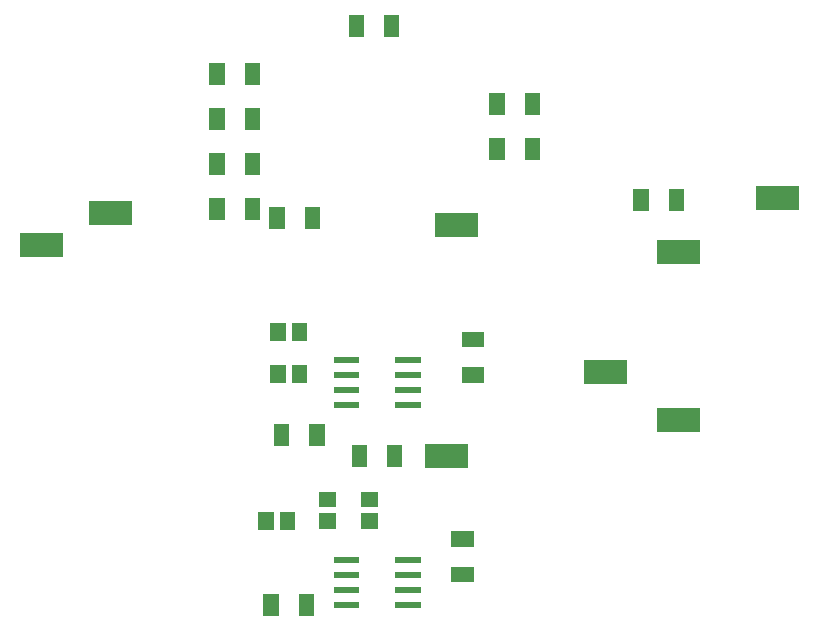
<source format=gtp>
G04 start of page 2 for group 0 layer_idx 7 *
G04 Title: (unknown), top_paste *
G04 Creator: pcb-rnd 2.2.1 *
G04 CreationDate: 2020-05-28 20:16:37 UTC *
G04 For:  *
G04 Format: Gerber/RS-274X *
G04 PCB-Dimensions: 500000 500000 *
G04 PCB-Coordinate-Origin: lower left *
%MOIN*%
%FSLAX25Y25*%
%LNTOP_PASTE_NONE_0*%
%ADD85C,0.0001*%
G54D85*G36*
X166249Y368240D02*X161131D01*
Y360760D01*
X166249D01*
Y368240D01*
G37*
G36*
Y353240D02*X161131D01*
Y345760D01*
X166249D01*
Y353240D01*
G37*
G36*
X178059D02*X172941D01*
Y345760D01*
X178059D01*
Y353240D01*
G37*
G36*
Y368240D02*X172941D01*
Y360760D01*
X178059D01*
Y368240D01*
G37*
G36*
X166249Y338240D02*X161131D01*
Y330760D01*
X166249D01*
Y338240D01*
G37*
G36*
X178059D02*X172941D01*
Y330760D01*
X178059D01*
Y338240D01*
G37*
G36*
X166249Y323240D02*X161131D01*
Y315760D01*
X166249D01*
Y323240D01*
G37*
G36*
X120815Y322036D02*Y313964D01*
X135185D01*
Y322036D01*
X120815D01*
G37*
G36*
X97815Y311536D02*Y303464D01*
X112185D01*
Y311536D01*
X97815D01*
G37*
G36*
X178059Y323240D02*X172941D01*
Y315760D01*
X178059D01*
Y323240D01*
G37*
G36*
X186154Y320240D02*X181036D01*
Y312760D01*
X186154D01*
Y320240D01*
G37*
G36*
X307559Y326240D02*X302441D01*
Y318760D01*
X307559D01*
Y326240D01*
G37*
G36*
X319369D02*X314251D01*
Y318760D01*
X319369D01*
Y326240D01*
G37*
G36*
X310295Y309186D02*Y301114D01*
X324665D01*
Y309186D01*
X310295D01*
G37*
G36*
Y253186D02*Y245114D01*
X324665D01*
Y253186D01*
X310295D01*
G37*
G36*
X285815Y269036D02*Y260964D01*
X300185D01*
Y269036D01*
X285815D01*
G37*
G36*
X343315Y327036D02*Y318964D01*
X357685D01*
Y327036D01*
X343315D01*
G37*
G36*
X212654Y384240D02*X207536D01*
Y376760D01*
X212654D01*
Y384240D01*
G37*
G36*
X224464D02*X219346D01*
Y376760D01*
X224464D01*
Y384240D01*
G37*
G36*
X236334Y318016D02*Y309944D01*
X250704D01*
Y318016D01*
X236334D01*
G37*
G36*
X259559Y358240D02*X254441D01*
Y350760D01*
X259559D01*
Y358240D01*
G37*
G36*
X271369D02*X266251D01*
Y350760D01*
X271369D01*
Y358240D01*
G37*
G36*
X197964Y320240D02*X192846D01*
Y312760D01*
X197964D01*
Y320240D01*
G37*
G36*
X259559Y343240D02*X254441D01*
Y335760D01*
X259559D01*
Y343240D01*
G37*
G36*
X271369D02*X266251D01*
Y335760D01*
X271369D01*
Y343240D01*
G37*
G36*
X186516Y281452D02*X181398D01*
Y275548D01*
X186516D01*
Y281452D01*
G37*
G36*
X193602D02*X188484D01*
Y275548D01*
X193602D01*
Y281452D01*
G37*
G36*
X202500Y270000D02*X211000D01*
Y268000D01*
X202500D01*
Y270000D01*
G37*
G36*
X245260Y278464D02*Y273346D01*
X252740D01*
Y278464D01*
X245260D01*
G37*
G36*
X231500Y268000D02*X223000D01*
Y270000D01*
X231500D01*
Y268000D01*
G37*
G36*
X245260Y266654D02*Y261536D01*
X252740D01*
Y266654D01*
X245260D01*
G37*
G36*
X202500Y265000D02*X211000D01*
Y263000D01*
X202500D01*
Y265000D01*
G37*
G36*
X231500Y263000D02*X223000D01*
Y265000D01*
X231500D01*
Y263000D01*
G37*
G36*
Y258000D02*X223000D01*
Y260000D01*
X231500D01*
Y258000D01*
G37*
G36*
Y253000D02*X223000D01*
Y255000D01*
X231500D01*
Y253000D01*
G37*
G36*
X202500Y260000D02*X211000D01*
Y258000D01*
X202500D01*
Y260000D01*
G37*
G36*
Y255000D02*X211000D01*
Y253000D01*
X202500D01*
Y255000D01*
G37*
G36*
X187749Y247740D02*X182631D01*
Y240260D01*
X187749D01*
Y247740D01*
G37*
G36*
X199559D02*X194441D01*
Y240260D01*
X199559D01*
Y247740D01*
G37*
G36*
X186516Y267452D02*X181398D01*
Y261548D01*
X186516D01*
Y267452D01*
G37*
G36*
X193602D02*X188484D01*
Y261548D01*
X193602D01*
Y267452D01*
G37*
G36*
X182516Y218452D02*X177398D01*
Y212548D01*
X182516D01*
Y218452D01*
G37*
G36*
X184249Y191240D02*X179131D01*
Y183760D01*
X184249D01*
Y191240D01*
G37*
G36*
X196059D02*X190941D01*
Y183760D01*
X196059D01*
Y191240D01*
G37*
G36*
X189602Y218452D02*X184484D01*
Y212548D01*
X189602D01*
Y218452D01*
G37*
G36*
X202500Y203500D02*X211000D01*
Y201500D01*
X202500D01*
Y203500D01*
G37*
G36*
X197548Y218016D02*Y212898D01*
X203452D01*
Y218016D01*
X197548D01*
G37*
G36*
Y225102D02*Y219984D01*
X203452D01*
Y225102D01*
X197548D01*
G37*
G36*
X213654Y240740D02*X208536D01*
Y233260D01*
X213654D01*
Y240740D01*
G37*
G36*
X225464D02*X220346D01*
Y233260D01*
X225464D01*
Y240740D01*
G37*
G36*
X231500Y201500D02*X223000D01*
Y203500D01*
X231500D01*
Y201500D01*
G37*
G36*
X202500Y198500D02*X211000D01*
Y196500D01*
X202500D01*
Y198500D01*
G37*
G36*
X231500Y196500D02*X223000D01*
Y198500D01*
X231500D01*
Y196500D01*
G37*
G36*
X211548Y218016D02*Y212898D01*
X217452D01*
Y218016D01*
X211548D01*
G37*
G36*
X241760Y200154D02*Y195036D01*
X249240D01*
Y200154D01*
X241760D01*
G37*
G36*
Y211964D02*Y206846D01*
X249240D01*
Y211964D01*
X241760D01*
G37*
G36*
X211548Y225102D02*Y219984D01*
X217452D01*
Y225102D01*
X211548D01*
G37*
G36*
X232834Y241016D02*Y232945D01*
X247204D01*
Y241016D01*
X232834D01*
G37*
G36*
X202500Y193500D02*X211000D01*
Y191500D01*
X202500D01*
Y193500D01*
G37*
G36*
X231500Y191500D02*X223000D01*
Y193500D01*
X231500D01*
Y191500D01*
G37*
G36*
X202500Y188500D02*X211000D01*
Y186500D01*
X202500D01*
Y188500D01*
G37*
G36*
X231500Y186500D02*X223000D01*
Y188500D01*
X231500D01*
Y186500D01*
G37*
M02*

</source>
